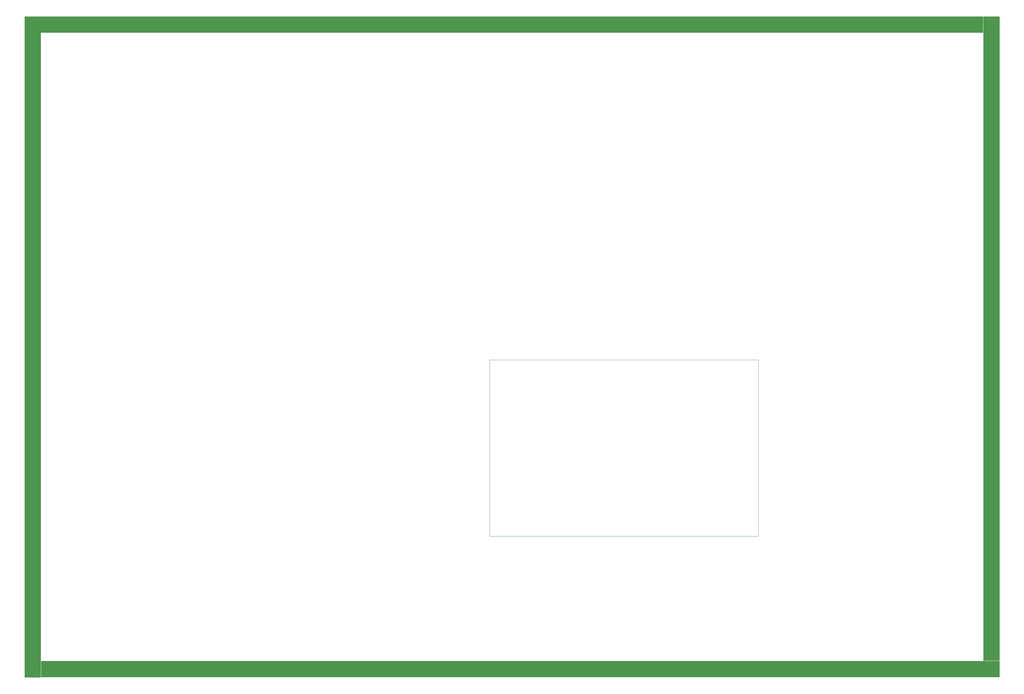
<source format=gko>
G04 Layer_Color=16711935*
%FSLAX24Y24*%
%MOIN*%
G70*
G01*
G75*
%ADD26C,0.0039*%
%ADD46R,0.1969X7.8740*%
%ADD47R,11.4173X0.1969*%
%ADD48R,0.1969X7.6772*%
%ADD49R,11.2205X0.1969*%
G54D26*
X-0Y21000D02*
X31500D01*
X-0Y0D02*
Y21000D01*
Y0D02*
X32000D01*
Y21000D01*
X31500D02*
X32000D01*
G54D46*
X-54407Y22547D02*
D03*
G54D47*
X3663Y-15839D02*
D03*
G54D48*
X59766Y23531D02*
D03*
G54D49*
X2679Y60933D02*
D03*
M02*

</source>
